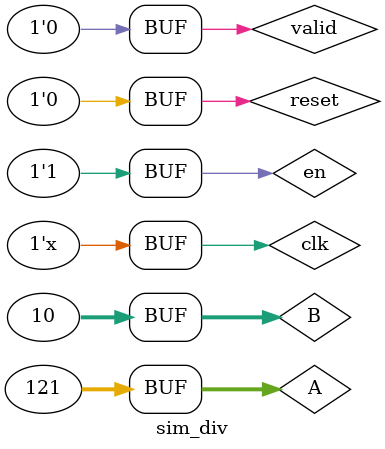
<source format=v>
`timescale 1ns / 1ps


module sim_div(

    );
    reg clk;
    always #10 clk<=~clk;
    reg reset;
    reg [31:0] A,B;
    wire A_ready, B_ready;
    reg [31:0] q,r;
    wire [31:0] q_curr, r_curr;
    wire done;
    reg valid;
    reg en;
    unsigned_div_gen your_instance_name (
      .aclk(clk),                                      // input wire aclk
      .aclken(en),                                  // input wire aclken
      .aresetn(~reset),                                // input wire aresetn //µÍÎ»ÓÐÐ§
      .s_axis_divisor_tvalid(valid),    // input wire s_axis_divisor_tvalid
      .s_axis_divisor_tready(B_ready),    // output wire s_axis_divisor_tready ³ýÊý
      .s_axis_divisor_tdata(B),      // input wire [31 : 0] s_axis_divisor_tdata ±»³ýÊý
      .s_axis_dividend_tvalid(valid),  // input wire s_axis_dividend_tvalid
      .s_axis_dividend_tready(A_ready),  // output wire s_axis_dividend_tready
      .s_axis_dividend_tdata(A),    // input wire [31 : 0] s_axis_dividend_tdata
      .m_axis_dout_tvalid(done),          // output wire m_axis_dout_tvalid
      .m_axis_dout_tdata({q_curr,r_curr})            // output wire [63 : 0] m_axis_dout_tdata
    );
    always @(posedge clk, posedge reset) begin
        if(reset) begin
            q<=0;
            r<=0;
        end
        else if(done) begin
            q<=q_curr;
            r<=r_curr;
        end
    end
    initial begin
        clk=0;
        reset=1;
        A=121;
        B=10;
        valid=0;
        en=1;
        #15
        reset=0;
        #55
        valid=1;
        #80
        valid=0;
//        #20;
//        #815;
        valid=0;
//        #100
//        A=137;
//        B=2;
//        #100
//        A=140;
    end
endmodule

</source>
